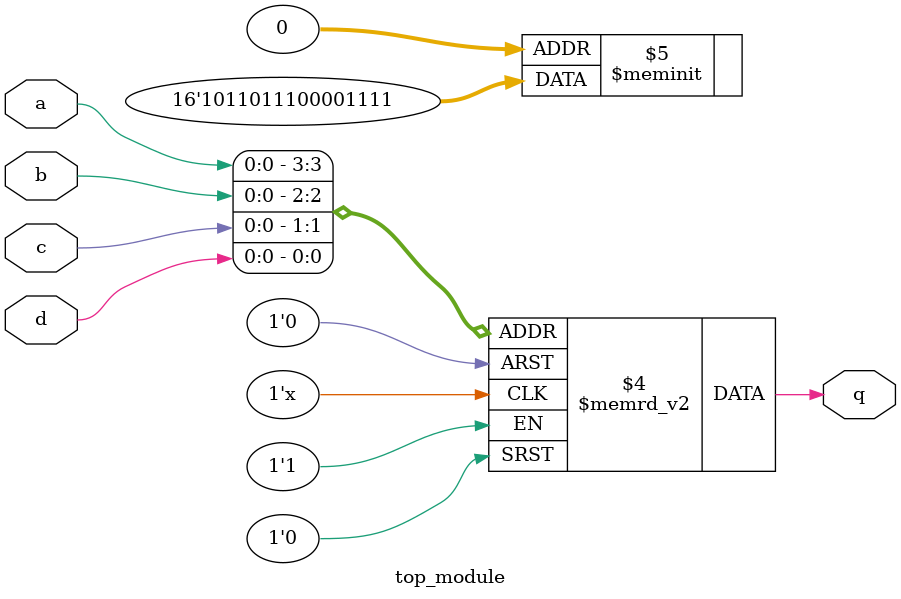
<source format=sv>
module top_module (
    input a,
    input b,
    input c,
    input d,
    output reg q
);

    always @* begin
        case ({a, b, c, d})
            4'b0000: q = 1;
            4'b0001: q = 1;
            4'b0010: q = 1;
            4'b0011: q = 1;
            4'b0100: q = 0;
            4'b0101: q = 0;
            4'b0110: q = 0;
            4'b0111: q = 0;
            4'b1000: q = 1;
            4'b1001: q = 1;
            4'b1010: q = 1;
            4'b1011: q = 0;
            4'b1100: q = 1;
            4'b1101: q = 1;
            4'b1110: q = 0;
            4'b1111: q = 1;
        endcase
    end

endmodule

</source>
